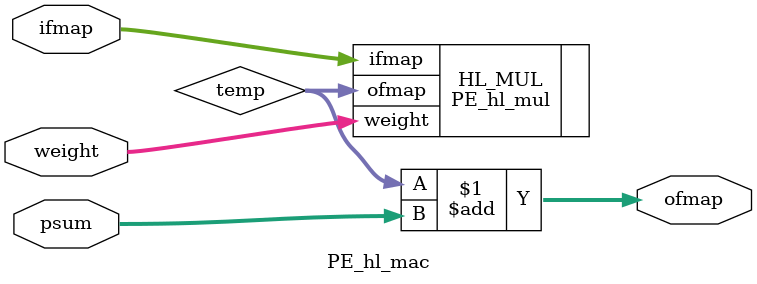
<source format=v>
`timescale 1ns / 1ps

module PE_hl_mac(
    input [7:0] ifmap, // uint8
    input [7:0] weight, // int8
	input [31:0] psum,
    output [31:0] ofmap
    );
    
    wire [31:0]temp;
    
	PE_hl_mul HL_MUL(
        .ifmap(ifmap),
        .weight(weight),
        .ofmap(temp)
    );
    
    assign ofmap = temp + psum;
endmodule

</source>
